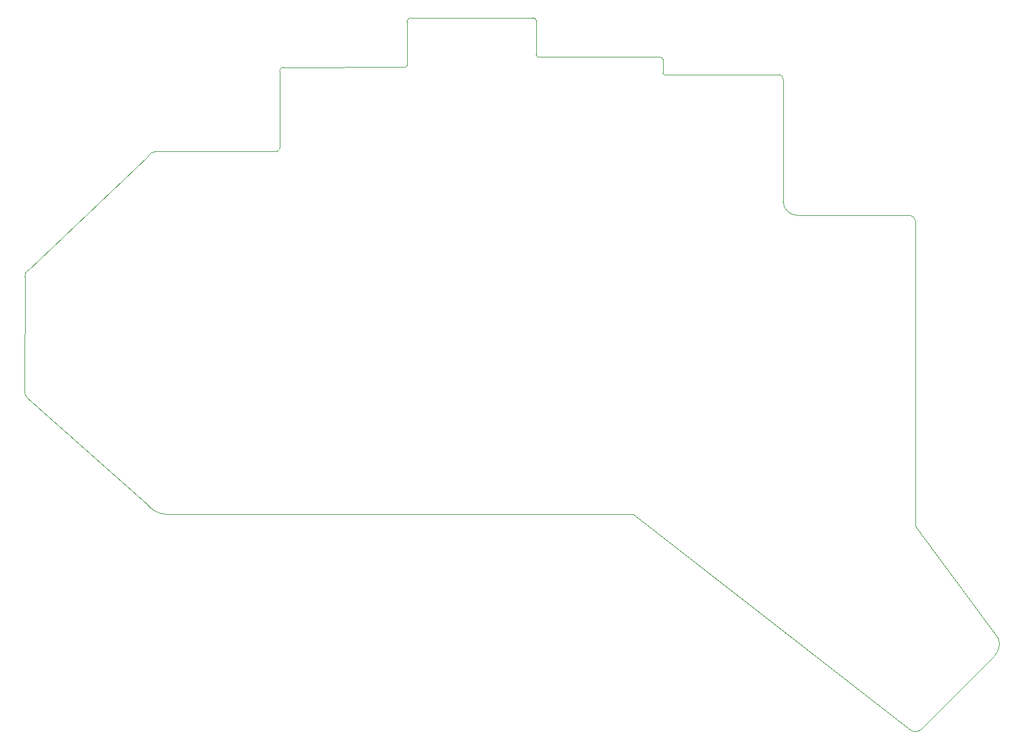
<source format=gbr>
%TF.GenerationSoftware,KiCad,Pcbnew,(6.0.2-0)*%
%TF.CreationDate,2022-03-04T16:04:49-06:00*%
%TF.ProjectId,Exkeylibur,45786b65-796c-4696-9275-722e6b696361,rev?*%
%TF.SameCoordinates,Original*%
%TF.FileFunction,Profile,NP*%
%FSLAX46Y46*%
G04 Gerber Fmt 4.6, Leading zero omitted, Abs format (unit mm)*
G04 Created by KiCad (PCBNEW (6.0.2-0)) date 2022-03-04 16:04:49*
%MOMM*%
%LPD*%
G01*
G04 APERTURE LIST*
%TA.AperFunction,Profile*%
%ADD10C,0.050000*%
%TD*%
G04 APERTURE END LIST*
D10*
X56511526Y-91681637D02*
X106710425Y-91656425D01*
X20550425Y-58076425D02*
X20510425Y-74256425D01*
X20520391Y-74237000D02*
G75*
G03*
X20880425Y-75136425I1139161J-65774D01*
G01*
X21010425Y-57076425D02*
G75*
G03*
X20550425Y-58076425I720441J-937202D01*
G01*
X20880425Y-75136425D02*
X37910425Y-90326425D01*
X127937536Y-47399211D02*
X127937580Y-30074631D01*
X127937537Y-47399211D02*
G75*
G03*
X129972537Y-49330129I2000000J70001D01*
G01*
X146627535Y-50077212D02*
G75*
G03*
X145877535Y-49327212I-750000J0D01*
G01*
X37915350Y-90322257D02*
G75*
G03*
X40561526Y-91671637I2933080J2482553D01*
G01*
X127937580Y-30074631D02*
G75*
G03*
X127471526Y-29394101I-729878J2D01*
G01*
X129972537Y-49330129D02*
X145877535Y-49327212D01*
X146627535Y-58055212D02*
X146627535Y-66183212D01*
X146627535Y-50077212D02*
X146627535Y-58055212D01*
X37930425Y-41026425D02*
X21010425Y-57076425D01*
X146627535Y-66183212D02*
X146627535Y-88291637D01*
X110911526Y-27251637D02*
X110911526Y-29201637D01*
X56261526Y-40271637D02*
G75*
G03*
X56641526Y-39741637I-144397J504756D01*
G01*
X75171526Y-21361373D02*
X92508680Y-21361373D01*
X56511526Y-91681637D02*
X40561526Y-91671637D01*
X75171526Y-21361373D02*
G75*
G03*
X74651526Y-21931637I49037J-566930D01*
G01*
X39101526Y-40281637D02*
G75*
G03*
X37940425Y-41006425I250327J-1693449D01*
G01*
X110911526Y-27251637D02*
G75*
G03*
X110471526Y-26881637I-460869J-101439D01*
G01*
X57111526Y-28371373D02*
G75*
G03*
X56641526Y-28891637I44364J-512506D01*
G01*
X57111526Y-28371373D02*
X74441526Y-28361637D01*
X74441526Y-28361638D02*
G75*
G03*
X74651526Y-28071637I-42225J251612D01*
G01*
X147511526Y-122091637D02*
X157831526Y-111741637D01*
X92951526Y-26671637D02*
G75*
G03*
X93151526Y-26881637I258598J46045D01*
G01*
X146627535Y-88291637D02*
X146627535Y-93371637D01*
X56641526Y-28891637D02*
X56641526Y-39741637D01*
X106710425Y-91656425D02*
X145981526Y-122211637D01*
X39101526Y-40281637D02*
X56241526Y-40271637D01*
X157831526Y-111731637D02*
G75*
G03*
X158451526Y-109281637I-1723736J1739660D01*
G01*
X92951526Y-21751637D02*
X92951526Y-26671637D01*
X74651526Y-21931637D02*
X74651526Y-28071637D01*
X93151526Y-26881637D02*
X110471526Y-26881637D01*
X145981526Y-122211637D02*
G75*
G03*
X147521526Y-122081637I697988J918066D01*
G01*
X110911527Y-29201637D02*
G75*
G03*
X111061526Y-29391637I201105J4557D01*
G01*
X92951526Y-21751637D02*
G75*
G03*
X92508680Y-21361373I-463650J-79731D01*
G01*
X146627535Y-93371637D02*
X158451526Y-109281637D01*
X111061526Y-29394101D02*
X127471526Y-29394101D01*
M02*

</source>
